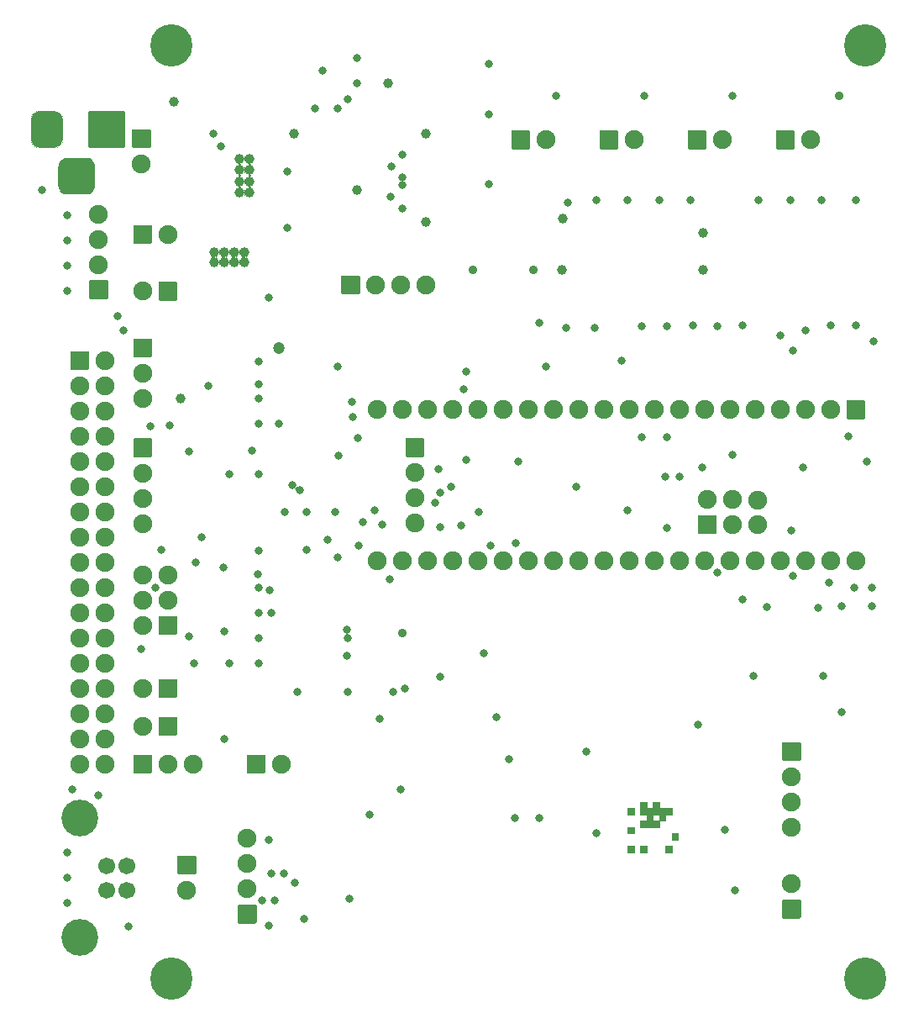
<source format=gbr>
G04 #@! TF.GenerationSoftware,KiCad,Pcbnew,(5.1.9)-1*
G04 #@! TF.CreationDate,2021-09-13T16:43:51+01:00*
G04 #@! TF.ProjectId,Greaseweazle F1 Plus Rev 1.1,47726561-7365-4776-9561-7a6c65204631,1*
G04 #@! TF.SameCoordinates,PX6312cb0PY6bcb370*
G04 #@! TF.FileFunction,Soldermask,Bot*
G04 #@! TF.FilePolarity,Negative*
%FSLAX46Y46*%
G04 Gerber Fmt 4.6, Leading zero omitted, Abs format (unit mm)*
G04 Created by KiCad (PCBNEW (5.1.9)-1) date 2021-09-13 16:43:51*
%MOMM*%
%LPD*%
G01*
G04 APERTURE LIST*
%ADD10C,0.100000*%
%ADD11O,1.900000X1.900000*%
%ADD12C,4.264000*%
%ADD13C,1.900000*%
%ADD14C,1.701140*%
%ADD15C,3.700120*%
%ADD16C,0.800000*%
%ADD17C,1.000000*%
%ADD18C,0.900000*%
%ADD19C,1.200000*%
G04 APERTURE END LIST*
D10*
G36*
X51054000Y-5715000D02*
G01*
X51689000Y-5715000D01*
X51689000Y-5080000D01*
X51054000Y-5080000D01*
X51054000Y-5715000D01*
G37*
X51054000Y-5715000D02*
X51689000Y-5715000D01*
X51689000Y-5080000D01*
X51054000Y-5080000D01*
X51054000Y-5715000D01*
G36*
X51054000Y-6350000D02*
G01*
X51689000Y-6350000D01*
X51689000Y-5715000D01*
X51054000Y-5715000D01*
X51054000Y-6350000D01*
G37*
X51054000Y-6350000D02*
X51689000Y-6350000D01*
X51689000Y-5715000D01*
X51054000Y-5715000D01*
X51054000Y-6350000D01*
G36*
X50419000Y-6350000D02*
G01*
X51054000Y-6350000D01*
X51054000Y-5715000D01*
X50419000Y-5715000D01*
X50419000Y-6350000D01*
G37*
X50419000Y-6350000D02*
X51054000Y-6350000D01*
X51054000Y-5715000D01*
X50419000Y-5715000D01*
X50419000Y-6350000D01*
G36*
X51689000Y-6350000D02*
G01*
X52324000Y-6350000D01*
X52324000Y-5715000D01*
X51689000Y-5715000D01*
X51689000Y-6350000D01*
G37*
X51689000Y-6350000D02*
X52324000Y-6350000D01*
X52324000Y-5715000D01*
X51689000Y-5715000D01*
X51689000Y-6350000D01*
G36*
X52324000Y-5715000D02*
G01*
X52959000Y-5715000D01*
X52959000Y-5080000D01*
X52324000Y-5080000D01*
X52324000Y-5715000D01*
G37*
X52324000Y-5715000D02*
X52959000Y-5715000D01*
X52959000Y-5080000D01*
X52324000Y-5080000D01*
X52324000Y-5715000D01*
G36*
X49149000Y-5080000D02*
G01*
X49784000Y-5080000D01*
X49784000Y-4445000D01*
X49149000Y-4445000D01*
X49149000Y-5080000D01*
G37*
X49149000Y-5080000D02*
X49784000Y-5080000D01*
X49784000Y-4445000D01*
X49149000Y-4445000D01*
X49149000Y-5080000D01*
G36*
X49149000Y-8890000D02*
G01*
X49784000Y-8890000D01*
X49784000Y-8255000D01*
X49149000Y-8255000D01*
X49149000Y-8890000D01*
G37*
X49149000Y-8890000D02*
X49784000Y-8890000D01*
X49784000Y-8255000D01*
X49149000Y-8255000D01*
X49149000Y-8890000D01*
G36*
X50419000Y-4445000D02*
G01*
X51054000Y-4445000D01*
X51054000Y-3810000D01*
X50419000Y-3810000D01*
X50419000Y-4445000D01*
G37*
X50419000Y-4445000D02*
X51054000Y-4445000D01*
X51054000Y-3810000D01*
X50419000Y-3810000D01*
X50419000Y-4445000D01*
G36*
X50419000Y-5080000D02*
G01*
X51054000Y-5080000D01*
X51054000Y-4445000D01*
X50419000Y-4445000D01*
X50419000Y-5080000D01*
G37*
X50419000Y-5080000D02*
X51054000Y-5080000D01*
X51054000Y-4445000D01*
X50419000Y-4445000D01*
X50419000Y-5080000D01*
G36*
X51054000Y-5080000D02*
G01*
X51689000Y-5080000D01*
X51689000Y-4445000D01*
X51054000Y-4445000D01*
X51054000Y-5080000D01*
G37*
X51054000Y-5080000D02*
X51689000Y-5080000D01*
X51689000Y-4445000D01*
X51054000Y-4445000D01*
X51054000Y-5080000D01*
G36*
X51689000Y-5080000D02*
G01*
X52324000Y-5080000D01*
X52324000Y-4445000D01*
X51689000Y-4445000D01*
X51689000Y-5080000D01*
G37*
X51689000Y-5080000D02*
X52324000Y-5080000D01*
X52324000Y-4445000D01*
X51689000Y-4445000D01*
X51689000Y-5080000D01*
G36*
X51689000Y-4445000D02*
G01*
X52324000Y-4445000D01*
X52324000Y-3810000D01*
X51689000Y-3810000D01*
X51689000Y-4445000D01*
G37*
X51689000Y-4445000D02*
X52324000Y-4445000D01*
X52324000Y-3810000D01*
X51689000Y-3810000D01*
X51689000Y-4445000D01*
G36*
X52324000Y-5080000D02*
G01*
X52959000Y-5080000D01*
X52959000Y-4445000D01*
X52324000Y-4445000D01*
X52324000Y-5080000D01*
G37*
X52324000Y-5080000D02*
X52959000Y-5080000D01*
X52959000Y-4445000D01*
X52324000Y-4445000D01*
X52324000Y-5080000D01*
G36*
X52959000Y-5080000D02*
G01*
X53594000Y-5080000D01*
X53594000Y-4445000D01*
X52959000Y-4445000D01*
X52959000Y-5080000D01*
G37*
X52959000Y-5080000D02*
X53594000Y-5080000D01*
X53594000Y-4445000D01*
X52959000Y-4445000D01*
X52959000Y-5080000D01*
G36*
X53594000Y-7620000D02*
G01*
X54229000Y-7620000D01*
X54229000Y-6985000D01*
X53594000Y-6985000D01*
X53594000Y-7620000D01*
G37*
X53594000Y-7620000D02*
X54229000Y-7620000D01*
X54229000Y-6985000D01*
X53594000Y-6985000D01*
X53594000Y-7620000D01*
G36*
X52959000Y-8890000D02*
G01*
X53594000Y-8890000D01*
X53594000Y-8255000D01*
X52959000Y-8255000D01*
X52959000Y-8890000D01*
G37*
X52959000Y-8890000D02*
X53594000Y-8890000D01*
X53594000Y-8255000D01*
X52959000Y-8255000D01*
X52959000Y-8890000D01*
G36*
X50419000Y-8890000D02*
G01*
X51054000Y-8890000D01*
X51054000Y-8255000D01*
X50419000Y-8255000D01*
X50419000Y-8890000D01*
G37*
X50419000Y-8890000D02*
X51054000Y-8890000D01*
X51054000Y-8255000D01*
X50419000Y-8255000D01*
X50419000Y-8890000D01*
G36*
X49149000Y-6985000D02*
G01*
X49784000Y-6985000D01*
X49784000Y-6350000D01*
X49149000Y-6350000D01*
X49149000Y-6985000D01*
G37*
X49149000Y-6985000D02*
X49784000Y-6985000D01*
X49784000Y-6350000D01*
X49149000Y-6350000D01*
X49149000Y-6985000D01*
G36*
X49149000Y-6985000D02*
G01*
X49784000Y-6985000D01*
X49784000Y-6350000D01*
X49149000Y-6350000D01*
X49149000Y-6985000D01*
G37*
X49149000Y-6985000D02*
X49784000Y-6985000D01*
X49784000Y-6350000D01*
X49149000Y-6350000D01*
X49149000Y-6985000D01*
G36*
X50419000Y-8890000D02*
G01*
X51054000Y-8890000D01*
X51054000Y-8255000D01*
X50419000Y-8255000D01*
X50419000Y-8890000D01*
G37*
X50419000Y-8890000D02*
X51054000Y-8890000D01*
X51054000Y-8255000D01*
X50419000Y-8255000D01*
X50419000Y-8890000D01*
G36*
X52959000Y-8890000D02*
G01*
X53594000Y-8890000D01*
X53594000Y-8255000D01*
X52959000Y-8255000D01*
X52959000Y-8890000D01*
G37*
X52959000Y-8890000D02*
X53594000Y-8890000D01*
X53594000Y-8255000D01*
X52959000Y-8255000D01*
X52959000Y-8890000D01*
G36*
X53594000Y-7620000D02*
G01*
X54229000Y-7620000D01*
X54229000Y-6985000D01*
X53594000Y-6985000D01*
X53594000Y-7620000D01*
G37*
X53594000Y-7620000D02*
X54229000Y-7620000D01*
X54229000Y-6985000D01*
X53594000Y-6985000D01*
X53594000Y-7620000D01*
G36*
X52959000Y-5080000D02*
G01*
X53594000Y-5080000D01*
X53594000Y-4445000D01*
X52959000Y-4445000D01*
X52959000Y-5080000D01*
G37*
X52959000Y-5080000D02*
X53594000Y-5080000D01*
X53594000Y-4445000D01*
X52959000Y-4445000D01*
X52959000Y-5080000D01*
G36*
X52324000Y-5080000D02*
G01*
X52959000Y-5080000D01*
X52959000Y-4445000D01*
X52324000Y-4445000D01*
X52324000Y-5080000D01*
G37*
X52324000Y-5080000D02*
X52959000Y-5080000D01*
X52959000Y-4445000D01*
X52324000Y-4445000D01*
X52324000Y-5080000D01*
G36*
X51689000Y-4445000D02*
G01*
X52324000Y-4445000D01*
X52324000Y-3810000D01*
X51689000Y-3810000D01*
X51689000Y-4445000D01*
G37*
X51689000Y-4445000D02*
X52324000Y-4445000D01*
X52324000Y-3810000D01*
X51689000Y-3810000D01*
X51689000Y-4445000D01*
G36*
X51689000Y-5080000D02*
G01*
X52324000Y-5080000D01*
X52324000Y-4445000D01*
X51689000Y-4445000D01*
X51689000Y-5080000D01*
G37*
X51689000Y-5080000D02*
X52324000Y-5080000D01*
X52324000Y-4445000D01*
X51689000Y-4445000D01*
X51689000Y-5080000D01*
G36*
X51054000Y-5080000D02*
G01*
X51689000Y-5080000D01*
X51689000Y-4445000D01*
X51054000Y-4445000D01*
X51054000Y-5080000D01*
G37*
X51054000Y-5080000D02*
X51689000Y-5080000D01*
X51689000Y-4445000D01*
X51054000Y-4445000D01*
X51054000Y-5080000D01*
G36*
X50419000Y-5080000D02*
G01*
X51054000Y-5080000D01*
X51054000Y-4445000D01*
X50419000Y-4445000D01*
X50419000Y-5080000D01*
G37*
X50419000Y-5080000D02*
X51054000Y-5080000D01*
X51054000Y-4445000D01*
X50419000Y-4445000D01*
X50419000Y-5080000D01*
G36*
X50419000Y-4445000D02*
G01*
X51054000Y-4445000D01*
X51054000Y-3810000D01*
X50419000Y-3810000D01*
X50419000Y-4445000D01*
G37*
X50419000Y-4445000D02*
X51054000Y-4445000D01*
X51054000Y-3810000D01*
X50419000Y-3810000D01*
X50419000Y-4445000D01*
G36*
X49149000Y-8890000D02*
G01*
X49784000Y-8890000D01*
X49784000Y-8255000D01*
X49149000Y-8255000D01*
X49149000Y-8890000D01*
G37*
X49149000Y-8890000D02*
X49784000Y-8890000D01*
X49784000Y-8255000D01*
X49149000Y-8255000D01*
X49149000Y-8890000D01*
G36*
X49149000Y-5080000D02*
G01*
X49784000Y-5080000D01*
X49784000Y-4445000D01*
X49149000Y-4445000D01*
X49149000Y-5080000D01*
G37*
X49149000Y-5080000D02*
X49784000Y-5080000D01*
X49784000Y-4445000D01*
X49149000Y-4445000D01*
X49149000Y-5080000D01*
G36*
X52324000Y-5715000D02*
G01*
X52959000Y-5715000D01*
X52959000Y-5080000D01*
X52324000Y-5080000D01*
X52324000Y-5715000D01*
G37*
X52324000Y-5715000D02*
X52959000Y-5715000D01*
X52959000Y-5080000D01*
X52324000Y-5080000D01*
X52324000Y-5715000D01*
G36*
X51689000Y-6350000D02*
G01*
X52324000Y-6350000D01*
X52324000Y-5715000D01*
X51689000Y-5715000D01*
X51689000Y-6350000D01*
G37*
X51689000Y-6350000D02*
X52324000Y-6350000D01*
X52324000Y-5715000D01*
X51689000Y-5715000D01*
X51689000Y-6350000D01*
G36*
X50419000Y-6350000D02*
G01*
X51054000Y-6350000D01*
X51054000Y-5715000D01*
X50419000Y-5715000D01*
X50419000Y-6350000D01*
G37*
X50419000Y-6350000D02*
X51054000Y-6350000D01*
X51054000Y-5715000D01*
X50419000Y-5715000D01*
X50419000Y-6350000D01*
G36*
X51054000Y-6350000D02*
G01*
X51689000Y-6350000D01*
X51689000Y-5715000D01*
X51054000Y-5715000D01*
X51054000Y-6350000D01*
G37*
X51054000Y-6350000D02*
X51689000Y-6350000D01*
X51689000Y-5715000D01*
X51054000Y-5715000D01*
X51054000Y-6350000D01*
G36*
X51054000Y-5715000D02*
G01*
X51689000Y-5715000D01*
X51689000Y-5080000D01*
X51054000Y-5080000D01*
X51054000Y-5715000D01*
G37*
X51054000Y-5715000D02*
X51689000Y-5715000D01*
X51689000Y-5080000D01*
X51054000Y-5080000D01*
X51054000Y-5715000D01*
G36*
X51054000Y-5715000D02*
G01*
X51689000Y-5715000D01*
X51689000Y-5080000D01*
X51054000Y-5080000D01*
X51054000Y-5715000D01*
G37*
X51054000Y-5715000D02*
X51689000Y-5715000D01*
X51689000Y-5080000D01*
X51054000Y-5080000D01*
X51054000Y-5715000D01*
G36*
X51054000Y-6350000D02*
G01*
X51689000Y-6350000D01*
X51689000Y-5715000D01*
X51054000Y-5715000D01*
X51054000Y-6350000D01*
G37*
X51054000Y-6350000D02*
X51689000Y-6350000D01*
X51689000Y-5715000D01*
X51054000Y-5715000D01*
X51054000Y-6350000D01*
G36*
X50419000Y-6350000D02*
G01*
X51054000Y-6350000D01*
X51054000Y-5715000D01*
X50419000Y-5715000D01*
X50419000Y-6350000D01*
G37*
X50419000Y-6350000D02*
X51054000Y-6350000D01*
X51054000Y-5715000D01*
X50419000Y-5715000D01*
X50419000Y-6350000D01*
G36*
X51689000Y-6350000D02*
G01*
X52324000Y-6350000D01*
X52324000Y-5715000D01*
X51689000Y-5715000D01*
X51689000Y-6350000D01*
G37*
X51689000Y-6350000D02*
X52324000Y-6350000D01*
X52324000Y-5715000D01*
X51689000Y-5715000D01*
X51689000Y-6350000D01*
G36*
X52324000Y-5715000D02*
G01*
X52959000Y-5715000D01*
X52959000Y-5080000D01*
X52324000Y-5080000D01*
X52324000Y-5715000D01*
G37*
X52324000Y-5715000D02*
X52959000Y-5715000D01*
X52959000Y-5080000D01*
X52324000Y-5080000D01*
X52324000Y-5715000D01*
G36*
X49149000Y-5080000D02*
G01*
X49784000Y-5080000D01*
X49784000Y-4445000D01*
X49149000Y-4445000D01*
X49149000Y-5080000D01*
G37*
X49149000Y-5080000D02*
X49784000Y-5080000D01*
X49784000Y-4445000D01*
X49149000Y-4445000D01*
X49149000Y-5080000D01*
G36*
X49149000Y-8890000D02*
G01*
X49784000Y-8890000D01*
X49784000Y-8255000D01*
X49149000Y-8255000D01*
X49149000Y-8890000D01*
G37*
X49149000Y-8890000D02*
X49784000Y-8890000D01*
X49784000Y-8255000D01*
X49149000Y-8255000D01*
X49149000Y-8890000D01*
G36*
X50419000Y-4445000D02*
G01*
X51054000Y-4445000D01*
X51054000Y-3810000D01*
X50419000Y-3810000D01*
X50419000Y-4445000D01*
G37*
X50419000Y-4445000D02*
X51054000Y-4445000D01*
X51054000Y-3810000D01*
X50419000Y-3810000D01*
X50419000Y-4445000D01*
G36*
X50419000Y-5080000D02*
G01*
X51054000Y-5080000D01*
X51054000Y-4445000D01*
X50419000Y-4445000D01*
X50419000Y-5080000D01*
G37*
X50419000Y-5080000D02*
X51054000Y-5080000D01*
X51054000Y-4445000D01*
X50419000Y-4445000D01*
X50419000Y-5080000D01*
G36*
X51054000Y-5080000D02*
G01*
X51689000Y-5080000D01*
X51689000Y-4445000D01*
X51054000Y-4445000D01*
X51054000Y-5080000D01*
G37*
X51054000Y-5080000D02*
X51689000Y-5080000D01*
X51689000Y-4445000D01*
X51054000Y-4445000D01*
X51054000Y-5080000D01*
G36*
X51689000Y-5080000D02*
G01*
X52324000Y-5080000D01*
X52324000Y-4445000D01*
X51689000Y-4445000D01*
X51689000Y-5080000D01*
G37*
X51689000Y-5080000D02*
X52324000Y-5080000D01*
X52324000Y-4445000D01*
X51689000Y-4445000D01*
X51689000Y-5080000D01*
G36*
X51689000Y-4445000D02*
G01*
X52324000Y-4445000D01*
X52324000Y-3810000D01*
X51689000Y-3810000D01*
X51689000Y-4445000D01*
G37*
X51689000Y-4445000D02*
X52324000Y-4445000D01*
X52324000Y-3810000D01*
X51689000Y-3810000D01*
X51689000Y-4445000D01*
G36*
X52324000Y-5080000D02*
G01*
X52959000Y-5080000D01*
X52959000Y-4445000D01*
X52324000Y-4445000D01*
X52324000Y-5080000D01*
G37*
X52324000Y-5080000D02*
X52959000Y-5080000D01*
X52959000Y-4445000D01*
X52324000Y-4445000D01*
X52324000Y-5080000D01*
G36*
X52959000Y-5080000D02*
G01*
X53594000Y-5080000D01*
X53594000Y-4445000D01*
X52959000Y-4445000D01*
X52959000Y-5080000D01*
G37*
X52959000Y-5080000D02*
X53594000Y-5080000D01*
X53594000Y-4445000D01*
X52959000Y-4445000D01*
X52959000Y-5080000D01*
G36*
X53594000Y-7620000D02*
G01*
X54229000Y-7620000D01*
X54229000Y-6985000D01*
X53594000Y-6985000D01*
X53594000Y-7620000D01*
G37*
X53594000Y-7620000D02*
X54229000Y-7620000D01*
X54229000Y-6985000D01*
X53594000Y-6985000D01*
X53594000Y-7620000D01*
G36*
X52959000Y-8890000D02*
G01*
X53594000Y-8890000D01*
X53594000Y-8255000D01*
X52959000Y-8255000D01*
X52959000Y-8890000D01*
G37*
X52959000Y-8890000D02*
X53594000Y-8890000D01*
X53594000Y-8255000D01*
X52959000Y-8255000D01*
X52959000Y-8890000D01*
G36*
X50419000Y-8890000D02*
G01*
X51054000Y-8890000D01*
X51054000Y-8255000D01*
X50419000Y-8255000D01*
X50419000Y-8890000D01*
G37*
X50419000Y-8890000D02*
X51054000Y-8890000D01*
X51054000Y-8255000D01*
X50419000Y-8255000D01*
X50419000Y-8890000D01*
G36*
X49149000Y-6985000D02*
G01*
X49784000Y-6985000D01*
X49784000Y-6350000D01*
X49149000Y-6350000D01*
X49149000Y-6985000D01*
G37*
X49149000Y-6985000D02*
X49784000Y-6985000D01*
X49784000Y-6350000D01*
X49149000Y-6350000D01*
X49149000Y-6985000D01*
G36*
X49149000Y-6985000D02*
G01*
X49784000Y-6985000D01*
X49784000Y-6350000D01*
X49149000Y-6350000D01*
X49149000Y-6985000D01*
G37*
X49149000Y-6985000D02*
X49784000Y-6985000D01*
X49784000Y-6350000D01*
X49149000Y-6350000D01*
X49149000Y-6985000D01*
G36*
X50419000Y-8890000D02*
G01*
X51054000Y-8890000D01*
X51054000Y-8255000D01*
X50419000Y-8255000D01*
X50419000Y-8890000D01*
G37*
X50419000Y-8890000D02*
X51054000Y-8890000D01*
X51054000Y-8255000D01*
X50419000Y-8255000D01*
X50419000Y-8890000D01*
G36*
X52959000Y-8890000D02*
G01*
X53594000Y-8890000D01*
X53594000Y-8255000D01*
X52959000Y-8255000D01*
X52959000Y-8890000D01*
G37*
X52959000Y-8890000D02*
X53594000Y-8890000D01*
X53594000Y-8255000D01*
X52959000Y-8255000D01*
X52959000Y-8890000D01*
G36*
X53594000Y-7620000D02*
G01*
X54229000Y-7620000D01*
X54229000Y-6985000D01*
X53594000Y-6985000D01*
X53594000Y-7620000D01*
G37*
X53594000Y-7620000D02*
X54229000Y-7620000D01*
X54229000Y-6985000D01*
X53594000Y-6985000D01*
X53594000Y-7620000D01*
G36*
X52959000Y-5080000D02*
G01*
X53594000Y-5080000D01*
X53594000Y-4445000D01*
X52959000Y-4445000D01*
X52959000Y-5080000D01*
G37*
X52959000Y-5080000D02*
X53594000Y-5080000D01*
X53594000Y-4445000D01*
X52959000Y-4445000D01*
X52959000Y-5080000D01*
G36*
X52324000Y-5080000D02*
G01*
X52959000Y-5080000D01*
X52959000Y-4445000D01*
X52324000Y-4445000D01*
X52324000Y-5080000D01*
G37*
X52324000Y-5080000D02*
X52959000Y-5080000D01*
X52959000Y-4445000D01*
X52324000Y-4445000D01*
X52324000Y-5080000D01*
G36*
X51689000Y-4445000D02*
G01*
X52324000Y-4445000D01*
X52324000Y-3810000D01*
X51689000Y-3810000D01*
X51689000Y-4445000D01*
G37*
X51689000Y-4445000D02*
X52324000Y-4445000D01*
X52324000Y-3810000D01*
X51689000Y-3810000D01*
X51689000Y-4445000D01*
G36*
X51689000Y-5080000D02*
G01*
X52324000Y-5080000D01*
X52324000Y-4445000D01*
X51689000Y-4445000D01*
X51689000Y-5080000D01*
G37*
X51689000Y-5080000D02*
X52324000Y-5080000D01*
X52324000Y-4445000D01*
X51689000Y-4445000D01*
X51689000Y-5080000D01*
G36*
X51054000Y-5080000D02*
G01*
X51689000Y-5080000D01*
X51689000Y-4445000D01*
X51054000Y-4445000D01*
X51054000Y-5080000D01*
G37*
X51054000Y-5080000D02*
X51689000Y-5080000D01*
X51689000Y-4445000D01*
X51054000Y-4445000D01*
X51054000Y-5080000D01*
G36*
X50419000Y-5080000D02*
G01*
X51054000Y-5080000D01*
X51054000Y-4445000D01*
X50419000Y-4445000D01*
X50419000Y-5080000D01*
G37*
X50419000Y-5080000D02*
X51054000Y-5080000D01*
X51054000Y-4445000D01*
X50419000Y-4445000D01*
X50419000Y-5080000D01*
G36*
X50419000Y-4445000D02*
G01*
X51054000Y-4445000D01*
X51054000Y-3810000D01*
X50419000Y-3810000D01*
X50419000Y-4445000D01*
G37*
X50419000Y-4445000D02*
X51054000Y-4445000D01*
X51054000Y-3810000D01*
X50419000Y-3810000D01*
X50419000Y-4445000D01*
G36*
X49149000Y-8890000D02*
G01*
X49784000Y-8890000D01*
X49784000Y-8255000D01*
X49149000Y-8255000D01*
X49149000Y-8890000D01*
G37*
X49149000Y-8890000D02*
X49784000Y-8890000D01*
X49784000Y-8255000D01*
X49149000Y-8255000D01*
X49149000Y-8890000D01*
G36*
X49149000Y-5080000D02*
G01*
X49784000Y-5080000D01*
X49784000Y-4445000D01*
X49149000Y-4445000D01*
X49149000Y-5080000D01*
G37*
X49149000Y-5080000D02*
X49784000Y-5080000D01*
X49784000Y-4445000D01*
X49149000Y-4445000D01*
X49149000Y-5080000D01*
G36*
X52324000Y-5715000D02*
G01*
X52959000Y-5715000D01*
X52959000Y-5080000D01*
X52324000Y-5080000D01*
X52324000Y-5715000D01*
G37*
X52324000Y-5715000D02*
X52959000Y-5715000D01*
X52959000Y-5080000D01*
X52324000Y-5080000D01*
X52324000Y-5715000D01*
G36*
X51689000Y-6350000D02*
G01*
X52324000Y-6350000D01*
X52324000Y-5715000D01*
X51689000Y-5715000D01*
X51689000Y-6350000D01*
G37*
X51689000Y-6350000D02*
X52324000Y-6350000D01*
X52324000Y-5715000D01*
X51689000Y-5715000D01*
X51689000Y-6350000D01*
G36*
X50419000Y-6350000D02*
G01*
X51054000Y-6350000D01*
X51054000Y-5715000D01*
X50419000Y-5715000D01*
X50419000Y-6350000D01*
G37*
X50419000Y-6350000D02*
X51054000Y-6350000D01*
X51054000Y-5715000D01*
X50419000Y-5715000D01*
X50419000Y-6350000D01*
G36*
X51054000Y-6350000D02*
G01*
X51689000Y-6350000D01*
X51689000Y-5715000D01*
X51054000Y-5715000D01*
X51054000Y-6350000D01*
G37*
X51054000Y-6350000D02*
X51689000Y-6350000D01*
X51689000Y-5715000D01*
X51054000Y-5715000D01*
X51054000Y-6350000D01*
G36*
X51054000Y-5715000D02*
G01*
X51689000Y-5715000D01*
X51689000Y-5080000D01*
X51054000Y-5080000D01*
X51054000Y-5715000D01*
G37*
X51054000Y-5715000D02*
X51689000Y-5715000D01*
X51689000Y-5080000D01*
X51054000Y-5080000D01*
X51054000Y-5715000D01*
D11*
X4699000Y-12700000D03*
G36*
G01*
X3749000Y-11010000D02*
X3749000Y-9310000D01*
G75*
G02*
X3849000Y-9210000I100000J0D01*
G01*
X5549000Y-9210000D01*
G75*
G02*
X5649000Y-9310000I0J-100000D01*
G01*
X5649000Y-11010000D01*
G75*
G02*
X5549000Y-11110000I-100000J0D01*
G01*
X3849000Y-11110000D01*
G75*
G02*
X3749000Y-11010000I0J100000D01*
G01*
G37*
X127000Y60452000D03*
G36*
G01*
X-823000Y62142000D02*
X-823000Y63842000D01*
G75*
G02*
X-723000Y63942000I100000J0D01*
G01*
X977000Y63942000D01*
G75*
G02*
X1077000Y63842000I0J-100000D01*
G01*
X1077000Y62142000D01*
G75*
G02*
X977000Y62042000I-100000J0D01*
G01*
X-723000Y62042000D01*
G75*
G02*
X-823000Y62142000I0J100000D01*
G01*
G37*
X28829000Y48260000D03*
X26289000Y48260000D03*
X23749000Y48260000D03*
G36*
G01*
X22059000Y47310000D02*
X20359000Y47310000D01*
G75*
G02*
X20259000Y47410000I0J100000D01*
G01*
X20259000Y49110000D01*
G75*
G02*
X20359000Y49210000I100000J0D01*
G01*
X22059000Y49210000D01*
G75*
G02*
X22159000Y49110000I0J-100000D01*
G01*
X22159000Y47410000D01*
G75*
G02*
X22059000Y47310000I-100000J0D01*
G01*
G37*
X5334000Y0D03*
X2794000Y0D03*
G36*
G01*
X1104000Y-950000D02*
X-596000Y-950000D01*
G75*
G02*
X-696000Y-850000I0J100000D01*
G01*
X-696000Y850000D01*
G75*
G02*
X-596000Y950000I100000J0D01*
G01*
X1104000Y950000D01*
G75*
G02*
X1204000Y850000I0J-100000D01*
G01*
X1204000Y-850000D01*
G75*
G02*
X1104000Y-950000I-100000J0D01*
G01*
G37*
X14224000Y0D03*
G36*
G01*
X12534000Y-950000D02*
X10834000Y-950000D01*
G75*
G02*
X10734000Y-850000I0J100000D01*
G01*
X10734000Y850000D01*
G75*
G02*
X10834000Y950000I100000J0D01*
G01*
X12534000Y950000D01*
G75*
G02*
X12634000Y850000I0J-100000D01*
G01*
X12634000Y-850000D01*
G75*
G02*
X12534000Y-950000I-100000J0D01*
G01*
G37*
D12*
X73114000Y-21584600D03*
X3114000Y-21584600D03*
X73114000Y72415400D03*
X3114000Y72415400D03*
D11*
X40894000Y62865000D03*
G36*
G01*
X39204000Y61915000D02*
X37504000Y61915000D01*
G75*
G02*
X37404000Y62015000I0J100000D01*
G01*
X37404000Y63715000D01*
G75*
G02*
X37504000Y63815000I100000J0D01*
G01*
X39204000Y63815000D01*
G75*
G02*
X39304000Y63715000I0J-100000D01*
G01*
X39304000Y62015000D01*
G75*
G02*
X39204000Y61915000I-100000J0D01*
G01*
G37*
X49784000Y62865000D03*
G36*
G01*
X48094000Y61915000D02*
X46394000Y61915000D01*
G75*
G02*
X46294000Y62015000I0J100000D01*
G01*
X46294000Y63715000D01*
G75*
G02*
X46394000Y63815000I100000J0D01*
G01*
X48094000Y63815000D01*
G75*
G02*
X48194000Y63715000I0J-100000D01*
G01*
X48194000Y62015000D01*
G75*
G02*
X48094000Y61915000I-100000J0D01*
G01*
G37*
X58674000Y62865000D03*
G36*
G01*
X56984000Y61915000D02*
X55284000Y61915000D01*
G75*
G02*
X55184000Y62015000I0J100000D01*
G01*
X55184000Y63715000D01*
G75*
G02*
X55284000Y63815000I100000J0D01*
G01*
X56984000Y63815000D01*
G75*
G02*
X57084000Y63715000I0J-100000D01*
G01*
X57084000Y62015000D01*
G75*
G02*
X56984000Y61915000I-100000J0D01*
G01*
G37*
X67564000Y62865000D03*
G36*
G01*
X65874000Y61915000D02*
X64174000Y61915000D01*
G75*
G02*
X64074000Y62015000I0J100000D01*
G01*
X64074000Y63715000D01*
G75*
G02*
X64174000Y63815000I100000J0D01*
G01*
X65874000Y63815000D01*
G75*
G02*
X65974000Y63715000I0J-100000D01*
G01*
X65974000Y62015000D01*
G75*
G02*
X65874000Y61915000I-100000J0D01*
G01*
G37*
D13*
X57150000Y26657300D03*
X59690000Y26657300D03*
X62230000Y26593800D03*
G36*
G01*
X56300000Y25067300D02*
X58000000Y25067300D01*
G75*
G02*
X58100000Y24967300I0J-100000D01*
G01*
X58100000Y23267300D01*
G75*
G02*
X58000000Y23167300I-100000J0D01*
G01*
X56300000Y23167300D01*
G75*
G02*
X56200000Y23267300I0J100000D01*
G01*
X56200000Y24967300D01*
G75*
G02*
X56300000Y25067300I100000J0D01*
G01*
G37*
X62230000Y24117300D03*
X59690000Y24117300D03*
X23876000Y35687000D03*
X23876000Y20447000D03*
X26416000Y35687000D03*
X26416000Y20447000D03*
X28956000Y35687000D03*
X28956000Y20447000D03*
X31496000Y35687000D03*
X31496000Y20447000D03*
X34036000Y35687000D03*
X34036000Y20447000D03*
X36576000Y35687000D03*
X36576000Y20447000D03*
X39116000Y35687000D03*
X39116000Y20447000D03*
X41656000Y35687000D03*
X41656000Y20447000D03*
X44196000Y35687000D03*
X44196000Y20447000D03*
X46736000Y35687000D03*
X46736000Y20447000D03*
X49276000Y35687000D03*
X49276000Y20447000D03*
X51816000Y35687000D03*
X51816000Y20447000D03*
X54356000Y35687000D03*
X54356000Y20447000D03*
X56896000Y35687000D03*
X56896000Y20447000D03*
X59436000Y35687000D03*
X59436000Y20447000D03*
X61976000Y35687000D03*
X61976000Y20447000D03*
X64516000Y35687000D03*
X64516000Y20447000D03*
X67056000Y35687000D03*
X67056000Y20447000D03*
X69596000Y35687000D03*
X69596000Y20447000D03*
G36*
G01*
X71286000Y36637000D02*
X72986000Y36637000D01*
G75*
G02*
X73086000Y36537000I0J-100000D01*
G01*
X73086000Y34837000D01*
G75*
G02*
X72986000Y34737000I-100000J0D01*
G01*
X71286000Y34737000D01*
G75*
G02*
X71186000Y34837000I0J100000D01*
G01*
X71186000Y36537000D01*
G75*
G02*
X71286000Y36637000I100000J0D01*
G01*
G37*
X72136000Y20447000D03*
X27686000Y24257000D03*
X27686000Y26797000D03*
X27686000Y29337000D03*
G36*
G01*
X26836000Y32827000D02*
X28536000Y32827000D01*
G75*
G02*
X28636000Y32727000I0J-100000D01*
G01*
X28636000Y31027000D01*
G75*
G02*
X28536000Y30927000I-100000J0D01*
G01*
X26836000Y30927000D01*
G75*
G02*
X26736000Y31027000I0J100000D01*
G01*
X26736000Y32727000D01*
G75*
G02*
X26836000Y32827000I100000J0D01*
G01*
G37*
D11*
X254000Y7620000D03*
G36*
G01*
X1944000Y8570000D02*
X3644000Y8570000D01*
G75*
G02*
X3744000Y8470000I0J-100000D01*
G01*
X3744000Y6770000D01*
G75*
G02*
X3644000Y6670000I-100000J0D01*
G01*
X1944000Y6670000D01*
G75*
G02*
X1844000Y6770000I0J100000D01*
G01*
X1844000Y8470000D01*
G75*
G02*
X1944000Y8570000I100000J0D01*
G01*
G37*
X254000Y3810000D03*
G36*
G01*
X1944000Y4760000D02*
X3644000Y4760000D01*
G75*
G02*
X3744000Y4660000I0J-100000D01*
G01*
X3744000Y2960000D01*
G75*
G02*
X3644000Y2860000I-100000J0D01*
G01*
X1944000Y2860000D01*
G75*
G02*
X1844000Y2960000I0J100000D01*
G01*
X1844000Y4660000D01*
G75*
G02*
X1944000Y4760000I100000J0D01*
G01*
G37*
X2794000Y53340000D03*
G36*
G01*
X1104000Y52390000D02*
X-596000Y52390000D01*
G75*
G02*
X-696000Y52490000I0J100000D01*
G01*
X-696000Y54190000D01*
G75*
G02*
X-596000Y54290000I100000J0D01*
G01*
X1104000Y54290000D01*
G75*
G02*
X1204000Y54190000I0J-100000D01*
G01*
X1204000Y52490000D01*
G75*
G02*
X1104000Y52390000I-100000J0D01*
G01*
G37*
X10795000Y-7493000D03*
X10795000Y-10033000D03*
X10795000Y-12573000D03*
G36*
G01*
X11745000Y-14263000D02*
X11745000Y-15963000D01*
G75*
G02*
X11645000Y-16063000I-100000J0D01*
G01*
X9945000Y-16063000D01*
G75*
G02*
X9845000Y-15963000I0J100000D01*
G01*
X9845000Y-14263000D01*
G75*
G02*
X9945000Y-14163000I100000J0D01*
G01*
X11645000Y-14163000D01*
G75*
G02*
X11745000Y-14263000I0J-100000D01*
G01*
G37*
X254000Y47625000D03*
G36*
G01*
X1944000Y48575000D02*
X3644000Y48575000D01*
G75*
G02*
X3744000Y48475000I0J-100000D01*
G01*
X3744000Y46775000D01*
G75*
G02*
X3644000Y46675000I-100000J0D01*
G01*
X1944000Y46675000D01*
G75*
G02*
X1844000Y46775000I0J100000D01*
G01*
X1844000Y48475000D01*
G75*
G02*
X1944000Y48575000I100000J0D01*
G01*
G37*
X-4191000Y55397400D03*
X-4191000Y52857400D03*
X-4191000Y50317400D03*
G36*
G01*
X-3241000Y48627400D02*
X-3241000Y46927400D01*
G75*
G02*
X-3341000Y46827400I-100000J0D01*
G01*
X-5041000Y46827400D01*
G75*
G02*
X-5141000Y46927400I0J100000D01*
G01*
X-5141000Y48627400D01*
G75*
G02*
X-5041000Y48727400I100000J0D01*
G01*
X-3341000Y48727400D01*
G75*
G02*
X-3241000Y48627400I0J-100000D01*
G01*
G37*
G36*
G01*
X-696000Y31001600D02*
X-696000Y32701600D01*
G75*
G02*
X-596000Y32801600I100000J0D01*
G01*
X1104000Y32801600D01*
G75*
G02*
X1204000Y32701600I0J-100000D01*
G01*
X1204000Y31001600D01*
G75*
G02*
X1104000Y30901600I-100000J0D01*
G01*
X-596000Y30901600D01*
G75*
G02*
X-696000Y31001600I0J100000D01*
G01*
G37*
X254000Y29311600D03*
X254000Y26771600D03*
X254000Y24231600D03*
X254000Y36830000D03*
X254000Y39370000D03*
G36*
G01*
X-696000Y41060000D02*
X-696000Y42760000D01*
G75*
G02*
X-596000Y42860000I100000J0D01*
G01*
X1104000Y42860000D01*
G75*
G02*
X1204000Y42760000I0J-100000D01*
G01*
X1204000Y41060000D01*
G75*
G02*
X1104000Y40960000I-100000J0D01*
G01*
X-596000Y40960000D01*
G75*
G02*
X-696000Y41060000I0J100000D01*
G01*
G37*
G36*
G01*
X66609000Y-13755000D02*
X66609000Y-15455000D01*
G75*
G02*
X66509000Y-15555000I-100000J0D01*
G01*
X64809000Y-15555000D01*
G75*
G02*
X64709000Y-15455000I0J100000D01*
G01*
X64709000Y-13755000D01*
G75*
G02*
X64809000Y-13655000I100000J0D01*
G01*
X66509000Y-13655000D01*
G75*
G02*
X66609000Y-13755000I0J-100000D01*
G01*
G37*
X65659000Y-12065000D03*
D14*
X-3378200Y-10225400D03*
X-3378200Y-12714600D03*
X-1371600Y-12714600D03*
X-1371600Y-10225400D03*
D15*
X-6096000Y-5450200D03*
X-6096000Y-17489800D03*
G36*
G01*
X3744000Y14820000D02*
X3744000Y13120000D01*
G75*
G02*
X3644000Y13020000I-100000J0D01*
G01*
X1944000Y13020000D01*
G75*
G02*
X1844000Y13120000I0J100000D01*
G01*
X1844000Y14820000D01*
G75*
G02*
X1944000Y14920000I100000J0D01*
G01*
X3644000Y14920000D01*
G75*
G02*
X3744000Y14820000I0J-100000D01*
G01*
G37*
D11*
X254000Y13970000D03*
X2794000Y16510000D03*
X254000Y16510000D03*
X2794000Y19050000D03*
X254000Y19050000D03*
G36*
G01*
X-5248000Y62169100D02*
X-5248000Y65669100D01*
G75*
G02*
X-5148000Y65769100I100000J0D01*
G01*
X-1648000Y65769100D01*
G75*
G02*
X-1548000Y65669100I0J-100000D01*
G01*
X-1548000Y62169100D01*
G75*
G02*
X-1648000Y62069100I-100000J0D01*
G01*
X-5148000Y62069100D01*
G75*
G02*
X-5248000Y62169100I0J100000D01*
G01*
G37*
G36*
G01*
X-10998000Y62869100D02*
X-10998000Y64969100D01*
G75*
G02*
X-10198000Y65769100I800000J0D01*
G01*
X-8598000Y65769100D01*
G75*
G02*
X-7798000Y64969100I0J-800000D01*
G01*
X-7798000Y62869100D01*
G75*
G02*
X-8598000Y62069100I-800000J0D01*
G01*
X-10198000Y62069100D01*
G75*
G02*
X-10998000Y62869100I0J800000D01*
G01*
G37*
G36*
G01*
X-8248000Y58294100D02*
X-8248000Y60144100D01*
G75*
G02*
X-7323000Y61069100I925000J0D01*
G01*
X-5473000Y61069100D01*
G75*
G02*
X-4548000Y60144100I0J-925000D01*
G01*
X-4548000Y58294100D01*
G75*
G02*
X-5473000Y57369100I-925000J0D01*
G01*
X-7323000Y57369100D01*
G75*
G02*
X-8248000Y58294100I0J925000D01*
G01*
G37*
G36*
G01*
X64709000Y420000D02*
X64709000Y2120000D01*
G75*
G02*
X64809000Y2220000I100000J0D01*
G01*
X66509000Y2220000D01*
G75*
G02*
X66609000Y2120000I0J-100000D01*
G01*
X66609000Y420000D01*
G75*
G02*
X66509000Y320000I-100000J0D01*
G01*
X64809000Y320000D01*
G75*
G02*
X64709000Y420000I0J100000D01*
G01*
G37*
X65659000Y-1270000D03*
X65659000Y-3810000D03*
X65659000Y-6350000D03*
G36*
G01*
X-7046000Y39790000D02*
X-7046000Y41490000D01*
G75*
G02*
X-6946000Y41590000I100000J0D01*
G01*
X-5246000Y41590000D01*
G75*
G02*
X-5146000Y41490000I0J-100000D01*
G01*
X-5146000Y39790000D01*
G75*
G02*
X-5246000Y39690000I-100000J0D01*
G01*
X-6946000Y39690000D01*
G75*
G02*
X-7046000Y39790000I0J100000D01*
G01*
G37*
X-3556000Y40640000D03*
X-6096000Y38100000D03*
X-3556000Y38100000D03*
X-6096000Y35560000D03*
X-3556000Y35560000D03*
X-6096000Y33020000D03*
X-3556000Y33020000D03*
X-6096000Y30480000D03*
X-3556000Y30480000D03*
X-6096000Y27940000D03*
X-3556000Y27940000D03*
X-6096000Y25400000D03*
X-3556000Y25400000D03*
X-6096000Y22860000D03*
X-3556000Y22860000D03*
X-6096000Y20320000D03*
X-3556000Y20320000D03*
X-6096000Y17780000D03*
X-3556000Y17780000D03*
X-6096000Y15240000D03*
X-3556000Y15240000D03*
X-6096000Y12700000D03*
X-3556000Y12700000D03*
X-6096000Y10160000D03*
X-3556000Y10160000D03*
X-6096000Y7620000D03*
X-3556000Y7620000D03*
X-6096000Y5080000D03*
X-3556000Y5080000D03*
X-6096000Y2540000D03*
X-3556000Y2540000D03*
X-6096000Y0D03*
X-3556000Y0D03*
D16*
X65760600Y18923000D03*
X68376800Y15773400D03*
X61849000Y8890000D03*
X43992800Y27914600D03*
X68834000Y8890000D03*
X-7366000Y-11430000D03*
X8382000Y19812000D03*
X30099000Y29718000D03*
X37211000Y508000D03*
X35941000Y4699000D03*
X38100000Y30480000D03*
X-7366000Y-8890000D03*
X-7366000Y-13970000D03*
X-7366000Y47625000D03*
X-7366000Y50165000D03*
X-7366000Y52705000D03*
X-7366000Y55245000D03*
X-9906000Y57785000D03*
X14859000Y53975000D03*
X-1651000Y43688000D03*
X23114000Y-5080000D03*
X12954000Y-7620000D03*
X16129000Y27559000D03*
X2159000Y21590000D03*
X14859000Y59690000D03*
X13208000Y-11049000D03*
X14478000Y-11049000D03*
X26416000Y61404500D03*
X26416000Y59055000D03*
X26416000Y55943500D03*
X21844000Y68580000D03*
X21844000Y71120000D03*
X20955000Y66992500D03*
X18415000Y69850000D03*
X8128000Y62230000D03*
X9017000Y10160000D03*
X8509000Y13335000D03*
X4953000Y12827000D03*
X-1143000Y-16383000D03*
X31369000Y27940000D03*
X21336000Y36449000D03*
X56642000Y29845000D03*
X40259000Y44450000D03*
X66802000Y29845000D03*
X48514000Y40640000D03*
X40894000Y40005000D03*
X32639000Y37719000D03*
X7366000Y63500000D03*
X4953000Y31496000D03*
X11938000Y40576500D03*
X11938000Y38227000D03*
X11938000Y21526500D03*
X11874500Y19113500D03*
X19939000Y66040000D03*
X17653000Y66040000D03*
X40195500Y-5397500D03*
X37782500Y-5397500D03*
X25273000Y57150000D03*
X25336500Y60198000D03*
X26416000Y58293000D03*
X49149000Y25527000D03*
X53086000Y23749000D03*
X59690000Y31115000D03*
X32385000Y24003000D03*
X70739000Y5207000D03*
X65786000Y41656000D03*
X71374000Y33020000D03*
X20955000Y12700000D03*
X34671000Y11176000D03*
X65659000Y23495000D03*
X73279000Y30480000D03*
X73914000Y42545000D03*
X58166000Y19304000D03*
X69469000Y18288000D03*
X9017000Y29210000D03*
X29718000Y26289000D03*
X11938000Y29210000D03*
X11938000Y10160000D03*
X12954000Y46990000D03*
X13589000Y-13716000D03*
X12319000Y-13716000D03*
X26670000Y7620000D03*
X20955000Y7239000D03*
X15875000Y7239000D03*
X5461000Y10160000D03*
X13208000Y15240000D03*
X13081000Y17526000D03*
X16764000Y21590000D03*
X19939000Y20828000D03*
X12954000Y-16256000D03*
X21082000Y-13589000D03*
X26289000Y-2540000D03*
X44958000Y1270000D03*
X56261000Y3937000D03*
X58928000Y-6604000D03*
X45974000Y-6985000D03*
X59944000Y-12700000D03*
X35179000Y70485000D03*
X35179000Y65405000D03*
X41910000Y67310000D03*
X50800000Y67310000D03*
X59690000Y67310000D03*
X35179000Y58420000D03*
X19939000Y40005000D03*
X16764000Y25400000D03*
X19685000Y25400000D03*
X22479000Y24384000D03*
X24384000Y24130000D03*
D17*
X42545000Y49809400D03*
X56769000Y49784000D03*
D18*
X39647505Y49807503D03*
X33528000Y49784000D03*
D17*
X42570400Y54940200D03*
X56769000Y53467000D03*
D19*
X13970000Y41910000D03*
D16*
X64516000Y43179992D03*
X62357000Y56785563D03*
X20828000Y10922000D03*
X52372500Y56817500D03*
X22005990Y21979622D03*
X24130000Y4572000D03*
X23622000Y25527000D03*
X25527000Y7239000D03*
X43095693Y56569307D03*
X45974000Y56769000D03*
X30226000Y8763000D03*
X30226000Y23876000D03*
X67056000Y43688000D03*
X65531994Y56769000D03*
X20862990Y13521296D03*
X45846988Y43942000D03*
X18922996Y22606004D03*
X11938000Y12700000D03*
X69596000Y44196000D03*
X68707000Y56769000D03*
X11938000Y15240000D03*
X72136000Y44195972D03*
X72136000Y56769000D03*
X49149000Y56769000D03*
X21463012Y34925000D03*
X11938000Y36830000D03*
X72009000Y17780000D03*
X70739000Y15875000D03*
X73787000Y17780000D03*
X73787000Y15874994D03*
X35276000Y22001000D03*
X37846004Y22225004D03*
D18*
X26416000Y13208000D03*
X70485000Y67310000D03*
D16*
X60680600Y16560800D03*
X63201001Y15830001D03*
D17*
X3429000Y66675000D03*
X25019000Y68580000D03*
X21844000Y57785000D03*
X10541000Y50546000D03*
X10033000Y60960000D03*
X15494000Y63500000D03*
X9525000Y50546000D03*
X8509000Y50546000D03*
X7493000Y50546000D03*
X10033000Y59817000D03*
X10033000Y58674000D03*
X10033000Y57531000D03*
X11049000Y60960000D03*
X11049000Y58674000D03*
X11049000Y59817000D03*
X11049000Y57531000D03*
X10541000Y51562000D03*
X8509000Y51562000D03*
X9525000Y51562000D03*
X7493000Y51562000D03*
X28829000Y54610000D03*
X28829000Y63500000D03*
X4064000Y36830000D03*
D16*
X15570204Y-11912600D03*
X16484600Y-15595602D03*
X6858000Y38100000D03*
X-4191000Y-3175000D03*
X2984500Y34099500D03*
X1016000Y34051622D03*
X30226000Y27305000D03*
X42926000Y43942000D03*
X34163000Y25400000D03*
X11285589Y31565967D03*
X11938000Y34290000D03*
X52959000Y28956000D03*
X50546000Y32893000D03*
X50546000Y44069000D03*
X21971000Y32829500D03*
X15367000Y28067000D03*
X14605000Y25400000D03*
X60706000Y44196000D03*
X25146000Y18576990D03*
X58212953Y44105829D03*
X19989335Y31064665D03*
X32892995Y30607005D03*
X13970000Y34290000D03*
X6223000Y22860000D03*
X53086000Y32893000D03*
X53086000Y44069000D03*
X54356000Y28956000D03*
X11938000Y17780000D03*
X55753000Y44196000D03*
X5588000Y20320000D03*
X1524000Y17780000D03*
X126974Y11557000D03*
X8509000Y2540000D03*
X55498999Y56768999D03*
X-6857996Y-2540000D03*
X-2286000Y45085000D03*
X32893000Y39497000D03*
D10*
G36*
X21136774Y13230705D02*
G01*
X21136388Y13228918D01*
X21124862Y13214874D01*
X21113497Y13193610D01*
X21106497Y13170535D01*
X21104134Y13146544D01*
X21106497Y13122553D01*
X21113497Y13099478D01*
X21124862Y13078214D01*
X21140157Y13059577D01*
X21154205Y13048049D01*
X21154909Y13046177D01*
X21153641Y13044631D01*
X21151825Y13044840D01*
X21142612Y13050996D01*
X21070532Y13080852D01*
X20994008Y13096074D01*
X20915992Y13096074D01*
X20839468Y13080852D01*
X20767388Y13050996D01*
X20702517Y13007650D01*
X20684562Y12989695D01*
X20682630Y12989177D01*
X20681216Y12990591D01*
X20681602Y12992378D01*
X20693128Y13006422D01*
X20704493Y13027686D01*
X20711493Y13050761D01*
X20713856Y13074752D01*
X20711493Y13098743D01*
X20704493Y13121818D01*
X20693128Y13143082D01*
X20677833Y13161719D01*
X20663785Y13173247D01*
X20663081Y13175119D01*
X20664349Y13176665D01*
X20666165Y13176456D01*
X20675378Y13170300D01*
X20747458Y13140444D01*
X20823982Y13125222D01*
X20901998Y13125222D01*
X20978522Y13140444D01*
X21050602Y13170300D01*
X21115473Y13213646D01*
X21133428Y13231601D01*
X21135360Y13232119D01*
X21136774Y13230705D01*
G37*
G36*
X15765826Y28026448D02*
G01*
X15766497Y28025140D01*
X15768844Y28001312D01*
X15775844Y27978237D01*
X15787209Y27956973D01*
X15802504Y27938336D01*
X15821141Y27923041D01*
X15842405Y27911676D01*
X15865480Y27904676D01*
X15889471Y27902313D01*
X15913462Y27904676D01*
X15936633Y27911705D01*
X15937111Y27911903D01*
X15939094Y27911642D01*
X15939859Y27909794D01*
X15938987Y27908392D01*
X15876517Y27866650D01*
X15821350Y27811483D01*
X15778004Y27746612D01*
X15748148Y27674532D01*
X15733455Y27600666D01*
X15732136Y27599162D01*
X15730174Y27599552D01*
X15729503Y27600860D01*
X15727156Y27624688D01*
X15720156Y27647763D01*
X15708791Y27669027D01*
X15693496Y27687664D01*
X15674859Y27702959D01*
X15653595Y27714324D01*
X15630520Y27721324D01*
X15606529Y27723687D01*
X15582538Y27721324D01*
X15559367Y27714295D01*
X15558889Y27714097D01*
X15556906Y27714358D01*
X15556141Y27716206D01*
X15557013Y27717608D01*
X15619483Y27759350D01*
X15674650Y27814517D01*
X15717996Y27879388D01*
X15747852Y27951468D01*
X15762545Y28025334D01*
X15763864Y28026838D01*
X15765826Y28026448D01*
G37*
G36*
X7902510Y50832350D02*
G01*
X7914033Y50818309D01*
X7932670Y50803014D01*
X7953934Y50791649D01*
X7977009Y50784649D01*
X8001000Y50782286D01*
X8024991Y50784649D01*
X8048066Y50791649D01*
X8069330Y50803014D01*
X8087967Y50818309D01*
X8099490Y50832350D01*
X8101362Y50833054D01*
X8102908Y50831785D01*
X8102699Y50829970D01*
X8069812Y50780751D01*
X8032454Y50690560D01*
X8013408Y50594810D01*
X8013408Y50497190D01*
X8032454Y50401440D01*
X8069812Y50311249D01*
X8102699Y50262030D01*
X8102830Y50260034D01*
X8101167Y50258923D01*
X8099490Y50259650D01*
X8087967Y50273691D01*
X8069330Y50288986D01*
X8048066Y50300351D01*
X8024991Y50307351D01*
X8001000Y50309714D01*
X7977009Y50307351D01*
X7953934Y50300351D01*
X7932670Y50288986D01*
X7914033Y50273691D01*
X7902510Y50259650D01*
X7900638Y50258946D01*
X7899092Y50260215D01*
X7899301Y50262030D01*
X7932188Y50311249D01*
X7969546Y50401440D01*
X7988592Y50497190D01*
X7988592Y50594810D01*
X7969546Y50690560D01*
X7932188Y50780751D01*
X7899301Y50829970D01*
X7899170Y50831966D01*
X7900833Y50833077D01*
X7902510Y50832350D01*
G37*
G36*
X8918510Y50832350D02*
G01*
X8930033Y50818309D01*
X8948670Y50803014D01*
X8969934Y50791649D01*
X8993009Y50784649D01*
X9017000Y50782286D01*
X9040991Y50784649D01*
X9064066Y50791649D01*
X9085330Y50803014D01*
X9103967Y50818309D01*
X9115490Y50832350D01*
X9117362Y50833054D01*
X9118908Y50831785D01*
X9118699Y50829970D01*
X9085812Y50780751D01*
X9048454Y50690560D01*
X9029408Y50594810D01*
X9029408Y50497190D01*
X9048454Y50401440D01*
X9085812Y50311249D01*
X9118699Y50262030D01*
X9118830Y50260034D01*
X9117167Y50258923D01*
X9115490Y50259650D01*
X9103967Y50273691D01*
X9085330Y50288986D01*
X9064066Y50300351D01*
X9040991Y50307351D01*
X9017000Y50309714D01*
X8993009Y50307351D01*
X8969934Y50300351D01*
X8948670Y50288986D01*
X8930033Y50273691D01*
X8918510Y50259650D01*
X8916638Y50258946D01*
X8915092Y50260215D01*
X8915301Y50262030D01*
X8948188Y50311249D01*
X8985546Y50401440D01*
X9004592Y50497190D01*
X9004592Y50594810D01*
X8985546Y50690560D01*
X8948188Y50780751D01*
X8915301Y50829970D01*
X8915170Y50831966D01*
X8916833Y50833077D01*
X8918510Y50832350D01*
G37*
G36*
X9934510Y50832350D02*
G01*
X9946033Y50818309D01*
X9964670Y50803014D01*
X9985934Y50791649D01*
X10009009Y50784649D01*
X10033000Y50782286D01*
X10056991Y50784649D01*
X10080066Y50791649D01*
X10101330Y50803014D01*
X10119967Y50818309D01*
X10131490Y50832350D01*
X10133362Y50833054D01*
X10134908Y50831785D01*
X10134699Y50829970D01*
X10101812Y50780751D01*
X10064454Y50690560D01*
X10045408Y50594810D01*
X10045408Y50497190D01*
X10064454Y50401440D01*
X10101812Y50311249D01*
X10134699Y50262030D01*
X10134830Y50260034D01*
X10133167Y50258923D01*
X10131490Y50259650D01*
X10119967Y50273691D01*
X10101330Y50288986D01*
X10080066Y50300351D01*
X10056991Y50307351D01*
X10033000Y50309714D01*
X10009009Y50307351D01*
X9985934Y50300351D01*
X9964670Y50288986D01*
X9946033Y50273691D01*
X9934510Y50259650D01*
X9932638Y50258946D01*
X9931092Y50260215D01*
X9931301Y50262030D01*
X9964188Y50311249D01*
X10001546Y50401440D01*
X10020592Y50497190D01*
X10020592Y50594810D01*
X10001546Y50690560D01*
X9964188Y50780751D01*
X9931301Y50829970D01*
X9931170Y50831966D01*
X9932833Y50833077D01*
X9934510Y50832350D01*
G37*
G36*
X10257030Y51155699D02*
G01*
X10306249Y51122812D01*
X10396440Y51085454D01*
X10492190Y51066408D01*
X10589810Y51066408D01*
X10685560Y51085454D01*
X10775751Y51122812D01*
X10824970Y51155699D01*
X10826966Y51155830D01*
X10828077Y51154167D01*
X10827350Y51152490D01*
X10813309Y51140967D01*
X10798014Y51122330D01*
X10786649Y51101066D01*
X10779649Y51077991D01*
X10777286Y51054000D01*
X10779649Y51030009D01*
X10786649Y51006934D01*
X10798014Y50985670D01*
X10813309Y50967033D01*
X10827350Y50955510D01*
X10828054Y50953638D01*
X10826785Y50952092D01*
X10824970Y50952301D01*
X10775751Y50985188D01*
X10685560Y51022546D01*
X10589810Y51041592D01*
X10492190Y51041592D01*
X10396440Y51022546D01*
X10306249Y50985188D01*
X10257030Y50952301D01*
X10255034Y50952170D01*
X10253923Y50953833D01*
X10254650Y50955510D01*
X10268691Y50967033D01*
X10283986Y50985670D01*
X10295351Y51006934D01*
X10302351Y51030009D01*
X10304714Y51054000D01*
X10302351Y51077991D01*
X10295351Y51101066D01*
X10283986Y51122330D01*
X10268691Y51140967D01*
X10254650Y51152490D01*
X10253946Y51154362D01*
X10255215Y51155908D01*
X10257030Y51155699D01*
G37*
G36*
X9241030Y51155699D02*
G01*
X9290249Y51122812D01*
X9380440Y51085454D01*
X9476190Y51066408D01*
X9573810Y51066408D01*
X9669560Y51085454D01*
X9759751Y51122812D01*
X9808970Y51155699D01*
X9810966Y51155830D01*
X9812077Y51154167D01*
X9811350Y51152490D01*
X9797309Y51140967D01*
X9782014Y51122330D01*
X9770649Y51101066D01*
X9763649Y51077991D01*
X9761286Y51054000D01*
X9763649Y51030009D01*
X9770649Y51006934D01*
X9782014Y50985670D01*
X9797309Y50967033D01*
X9811350Y50955510D01*
X9812054Y50953638D01*
X9810785Y50952092D01*
X9808970Y50952301D01*
X9759751Y50985188D01*
X9669560Y51022546D01*
X9573810Y51041592D01*
X9476190Y51041592D01*
X9380440Y51022546D01*
X9290249Y50985188D01*
X9241030Y50952301D01*
X9239034Y50952170D01*
X9237923Y50953833D01*
X9238650Y50955510D01*
X9252691Y50967033D01*
X9267986Y50985670D01*
X9279351Y51006934D01*
X9286351Y51030009D01*
X9288714Y51054000D01*
X9286351Y51077991D01*
X9279351Y51101066D01*
X9267986Y51122330D01*
X9252691Y51140967D01*
X9238650Y51152490D01*
X9237946Y51154362D01*
X9239215Y51155908D01*
X9241030Y51155699D01*
G37*
G36*
X8225030Y51155699D02*
G01*
X8274249Y51122812D01*
X8364440Y51085454D01*
X8460190Y51066408D01*
X8557810Y51066408D01*
X8653560Y51085454D01*
X8743751Y51122812D01*
X8792970Y51155699D01*
X8794966Y51155830D01*
X8796077Y51154167D01*
X8795350Y51152490D01*
X8781309Y51140967D01*
X8766014Y51122330D01*
X8754649Y51101066D01*
X8747649Y51077991D01*
X8745286Y51054000D01*
X8747649Y51030009D01*
X8754649Y51006934D01*
X8766014Y50985670D01*
X8781309Y50967033D01*
X8795350Y50955510D01*
X8796054Y50953638D01*
X8794785Y50952092D01*
X8792970Y50952301D01*
X8743751Y50985188D01*
X8653560Y51022546D01*
X8557810Y51041592D01*
X8460190Y51041592D01*
X8364440Y51022546D01*
X8274249Y50985188D01*
X8225030Y50952301D01*
X8223034Y50952170D01*
X8221923Y50953833D01*
X8222650Y50955510D01*
X8236691Y50967033D01*
X8251986Y50985670D01*
X8263351Y51006934D01*
X8270351Y51030009D01*
X8272714Y51054000D01*
X8270351Y51077991D01*
X8263351Y51101066D01*
X8251986Y51122330D01*
X8236691Y51140967D01*
X8222650Y51152490D01*
X8221946Y51154362D01*
X8223215Y51155908D01*
X8225030Y51155699D01*
G37*
G36*
X7209030Y51155699D02*
G01*
X7258249Y51122812D01*
X7348440Y51085454D01*
X7444190Y51066408D01*
X7541810Y51066408D01*
X7637560Y51085454D01*
X7727751Y51122812D01*
X7776970Y51155699D01*
X7778966Y51155830D01*
X7780077Y51154167D01*
X7779350Y51152490D01*
X7765309Y51140967D01*
X7750014Y51122330D01*
X7738649Y51101066D01*
X7731649Y51077991D01*
X7729286Y51054000D01*
X7731649Y51030009D01*
X7738649Y51006934D01*
X7750014Y50985670D01*
X7765309Y50967033D01*
X7779350Y50955510D01*
X7780054Y50953638D01*
X7778785Y50952092D01*
X7776970Y50952301D01*
X7727751Y50985188D01*
X7637560Y51022546D01*
X7541810Y51041592D01*
X7444190Y51041592D01*
X7348440Y51022546D01*
X7258249Y50985188D01*
X7209030Y50952301D01*
X7207034Y50952170D01*
X7205923Y50953833D01*
X7206650Y50955510D01*
X7220691Y50967033D01*
X7235986Y50985670D01*
X7247351Y51006934D01*
X7254351Y51030009D01*
X7256714Y51054000D01*
X7254351Y51077991D01*
X7247351Y51101066D01*
X7235986Y51122330D01*
X7220691Y51140967D01*
X7206650Y51152490D01*
X7205946Y51154362D01*
X7207215Y51155908D01*
X7209030Y51155699D01*
G37*
G36*
X9934510Y51848350D02*
G01*
X9946033Y51834309D01*
X9964670Y51819014D01*
X9985934Y51807649D01*
X10009009Y51800649D01*
X10033000Y51798286D01*
X10056991Y51800649D01*
X10080066Y51807649D01*
X10101330Y51819014D01*
X10119967Y51834309D01*
X10131490Y51848350D01*
X10133362Y51849054D01*
X10134908Y51847785D01*
X10134699Y51845970D01*
X10101812Y51796751D01*
X10064454Y51706560D01*
X10045408Y51610810D01*
X10045408Y51513190D01*
X10064454Y51417440D01*
X10101812Y51327249D01*
X10134699Y51278030D01*
X10134830Y51276034D01*
X10133167Y51274923D01*
X10131490Y51275650D01*
X10119967Y51289691D01*
X10101330Y51304986D01*
X10080066Y51316351D01*
X10056991Y51323351D01*
X10033000Y51325714D01*
X10009009Y51323351D01*
X9985934Y51316351D01*
X9964670Y51304986D01*
X9946033Y51289691D01*
X9934510Y51275650D01*
X9932638Y51274946D01*
X9931092Y51276215D01*
X9931301Y51278030D01*
X9964188Y51327249D01*
X10001546Y51417440D01*
X10020592Y51513190D01*
X10020592Y51610810D01*
X10001546Y51706560D01*
X9964188Y51796751D01*
X9931301Y51845970D01*
X9931170Y51847966D01*
X9932833Y51849077D01*
X9934510Y51848350D01*
G37*
G36*
X8918510Y51848350D02*
G01*
X8930033Y51834309D01*
X8948670Y51819014D01*
X8969934Y51807649D01*
X8993009Y51800649D01*
X9017000Y51798286D01*
X9040991Y51800649D01*
X9064066Y51807649D01*
X9085330Y51819014D01*
X9103967Y51834309D01*
X9115490Y51848350D01*
X9117362Y51849054D01*
X9118908Y51847785D01*
X9118699Y51845970D01*
X9085812Y51796751D01*
X9048454Y51706560D01*
X9029408Y51610810D01*
X9029408Y51513190D01*
X9048454Y51417440D01*
X9085812Y51327249D01*
X9118699Y51278030D01*
X9118830Y51276034D01*
X9117167Y51274923D01*
X9115490Y51275650D01*
X9103967Y51289691D01*
X9085330Y51304986D01*
X9064066Y51316351D01*
X9040991Y51323351D01*
X9017000Y51325714D01*
X8993009Y51323351D01*
X8969934Y51316351D01*
X8948670Y51304986D01*
X8930033Y51289691D01*
X8918510Y51275650D01*
X8916638Y51274946D01*
X8915092Y51276215D01*
X8915301Y51278030D01*
X8948188Y51327249D01*
X8985546Y51417440D01*
X9004592Y51513190D01*
X9004592Y51610810D01*
X8985546Y51706560D01*
X8948188Y51796751D01*
X8915301Y51845970D01*
X8915170Y51847966D01*
X8916833Y51849077D01*
X8918510Y51848350D01*
G37*
G36*
X7902510Y51848350D02*
G01*
X7914033Y51834309D01*
X7932670Y51819014D01*
X7953934Y51807649D01*
X7977009Y51800649D01*
X8001000Y51798286D01*
X8024991Y51800649D01*
X8048066Y51807649D01*
X8069330Y51819014D01*
X8087967Y51834309D01*
X8099490Y51848350D01*
X8101362Y51849054D01*
X8102908Y51847785D01*
X8102699Y51845970D01*
X8069812Y51796751D01*
X8032454Y51706560D01*
X8013408Y51610810D01*
X8013408Y51513190D01*
X8032454Y51417440D01*
X8069812Y51327249D01*
X8102699Y51278030D01*
X8102830Y51276034D01*
X8101167Y51274923D01*
X8099490Y51275650D01*
X8087967Y51289691D01*
X8069330Y51304986D01*
X8048066Y51316351D01*
X8024991Y51323351D01*
X8001000Y51325714D01*
X7977009Y51323351D01*
X7953934Y51316351D01*
X7932670Y51304986D01*
X7914033Y51289691D01*
X7902510Y51275650D01*
X7900638Y51274946D01*
X7899092Y51276215D01*
X7899301Y51278030D01*
X7932188Y51327249D01*
X7969546Y51417440D01*
X7988592Y51513190D01*
X7988592Y51610810D01*
X7969546Y51706560D01*
X7932188Y51796751D01*
X7899301Y51845970D01*
X7899170Y51847966D01*
X7900833Y51849077D01*
X7902510Y51848350D01*
G37*
G36*
X10442510Y57817350D02*
G01*
X10454033Y57803309D01*
X10472670Y57788014D01*
X10493934Y57776649D01*
X10517009Y57769649D01*
X10541000Y57767286D01*
X10564991Y57769649D01*
X10588066Y57776649D01*
X10609330Y57788014D01*
X10627967Y57803309D01*
X10639490Y57817350D01*
X10641362Y57818054D01*
X10642908Y57816785D01*
X10642699Y57814970D01*
X10609812Y57765751D01*
X10572454Y57675560D01*
X10553408Y57579810D01*
X10553408Y57482190D01*
X10572454Y57386440D01*
X10609812Y57296249D01*
X10642699Y57247030D01*
X10642830Y57245034D01*
X10641167Y57243923D01*
X10639490Y57244650D01*
X10627967Y57258691D01*
X10609330Y57273986D01*
X10588066Y57285351D01*
X10564991Y57292351D01*
X10541000Y57294714D01*
X10517009Y57292351D01*
X10493934Y57285351D01*
X10472670Y57273986D01*
X10454033Y57258691D01*
X10442510Y57244650D01*
X10440638Y57243946D01*
X10439092Y57245215D01*
X10439301Y57247030D01*
X10472188Y57296249D01*
X10509546Y57386440D01*
X10528592Y57482190D01*
X10528592Y57579810D01*
X10509546Y57675560D01*
X10472188Y57765751D01*
X10439301Y57814970D01*
X10439170Y57816966D01*
X10440833Y57818077D01*
X10442510Y57817350D01*
G37*
G36*
X-4546835Y58295726D02*
G01*
X-4546000Y58294100D01*
X-4546000Y58237740D01*
X-4546010Y58237544D01*
X-4563176Y58063259D01*
X-4563252Y58062874D01*
X-4612300Y57901183D01*
X-4612450Y57900821D01*
X-4692094Y57751818D01*
X-4692312Y57751492D01*
X-4799503Y57620880D01*
X-4799780Y57620603D01*
X-4930392Y57513412D01*
X-4930718Y57513194D01*
X-5079721Y57433550D01*
X-5080083Y57433400D01*
X-5241774Y57384352D01*
X-5242159Y57384276D01*
X-5416444Y57367110D01*
X-5416640Y57367100D01*
X-5473000Y57367100D01*
X-5474732Y57368100D01*
X-5474732Y57370100D01*
X-5473196Y57371090D01*
X-5292936Y57388844D01*
X-5119787Y57441368D01*
X-4960214Y57526662D01*
X-4820347Y57641447D01*
X-4705562Y57781314D01*
X-4620268Y57940887D01*
X-4567744Y58114036D01*
X-4549990Y58294296D01*
X-4548825Y58295922D01*
X-4546835Y58295726D01*
G37*
G36*
X-8246010Y58294296D02*
G01*
X-8228256Y58114036D01*
X-8175732Y57940887D01*
X-8090438Y57781314D01*
X-7975653Y57641447D01*
X-7835786Y57526662D01*
X-7676213Y57441368D01*
X-7503064Y57388844D01*
X-7322804Y57371090D01*
X-7321178Y57369925D01*
X-7321374Y57367935D01*
X-7323000Y57367100D01*
X-7379360Y57367100D01*
X-7379556Y57367110D01*
X-7553841Y57384276D01*
X-7554226Y57384352D01*
X-7715917Y57433400D01*
X-7716279Y57433550D01*
X-7865282Y57513194D01*
X-7865608Y57513412D01*
X-7996220Y57620603D01*
X-7996497Y57620880D01*
X-8103688Y57751492D01*
X-8103906Y57751818D01*
X-8183550Y57900821D01*
X-8183700Y57901183D01*
X-8232748Y58062874D01*
X-8232824Y58063259D01*
X-8249990Y58237544D01*
X-8250000Y58237740D01*
X-8250000Y58294100D01*
X-8249000Y58295832D01*
X-8247000Y58295832D01*
X-8246010Y58294296D01*
G37*
G36*
X10226582Y58216677D02*
G01*
X10227347Y58214829D01*
X10226307Y58213326D01*
X10210284Y58204762D01*
X10191647Y58189466D01*
X10176352Y58170829D01*
X10164987Y58149566D01*
X10157987Y58126491D01*
X10155624Y58102500D01*
X10157987Y58078508D01*
X10164987Y58055434D01*
X10176352Y58034170D01*
X10191648Y58015533D01*
X10210285Y58000238D01*
X10226308Y57991674D01*
X10227364Y57989975D01*
X10226421Y57988212D01*
X10224600Y57988062D01*
X10177560Y58007546D01*
X10081810Y58026592D01*
X9984190Y58026592D01*
X9888440Y58007546D01*
X9841401Y57988062D01*
X9839418Y57988323D01*
X9838653Y57990171D01*
X9839693Y57991674D01*
X9855716Y58000238D01*
X9874353Y58015534D01*
X9889648Y58034171D01*
X9901013Y58055434D01*
X9908013Y58078509D01*
X9910376Y58102500D01*
X9908013Y58126492D01*
X9901013Y58149566D01*
X9889648Y58170830D01*
X9874352Y58189467D01*
X9855715Y58204762D01*
X9839692Y58213326D01*
X9838636Y58215025D01*
X9839579Y58216788D01*
X9841400Y58216938D01*
X9888440Y58197454D01*
X9984190Y58178408D01*
X10081810Y58178408D01*
X10177560Y58197454D01*
X10224599Y58216938D01*
X10226582Y58216677D01*
G37*
G36*
X11242582Y58216677D02*
G01*
X11243347Y58214829D01*
X11242307Y58213326D01*
X11226284Y58204762D01*
X11207647Y58189466D01*
X11192352Y58170829D01*
X11180987Y58149566D01*
X11173987Y58126491D01*
X11171624Y58102500D01*
X11173987Y58078508D01*
X11180987Y58055434D01*
X11192352Y58034170D01*
X11207648Y58015533D01*
X11226285Y58000238D01*
X11242308Y57991674D01*
X11243364Y57989975D01*
X11242421Y57988212D01*
X11240600Y57988062D01*
X11193560Y58007546D01*
X11097810Y58026592D01*
X11000190Y58026592D01*
X10904440Y58007546D01*
X10857401Y57988062D01*
X10855418Y57988323D01*
X10854653Y57990171D01*
X10855693Y57991674D01*
X10871716Y58000238D01*
X10890353Y58015534D01*
X10905648Y58034171D01*
X10917013Y58055434D01*
X10924013Y58078509D01*
X10926376Y58102500D01*
X10924013Y58126492D01*
X10917013Y58149566D01*
X10905648Y58170830D01*
X10890352Y58189467D01*
X10871715Y58204762D01*
X10855692Y58213326D01*
X10854636Y58215025D01*
X10855579Y58216788D01*
X10857400Y58216938D01*
X10904440Y58197454D01*
X11000190Y58178408D01*
X11097810Y58178408D01*
X11193560Y58197454D01*
X11240599Y58216938D01*
X11242582Y58216677D01*
G37*
G36*
X10442510Y58960350D02*
G01*
X10454033Y58946309D01*
X10472670Y58931014D01*
X10493934Y58919649D01*
X10517009Y58912649D01*
X10541000Y58910286D01*
X10564991Y58912649D01*
X10588066Y58919649D01*
X10609330Y58931014D01*
X10627967Y58946309D01*
X10639490Y58960350D01*
X10641362Y58961054D01*
X10642908Y58959785D01*
X10642699Y58957970D01*
X10609812Y58908751D01*
X10572454Y58818560D01*
X10553408Y58722810D01*
X10553408Y58625190D01*
X10572454Y58529440D01*
X10609812Y58439249D01*
X10642699Y58390030D01*
X10642830Y58388034D01*
X10641167Y58386923D01*
X10639490Y58387650D01*
X10627967Y58401691D01*
X10609330Y58416986D01*
X10588066Y58428351D01*
X10564991Y58435351D01*
X10541000Y58437714D01*
X10517009Y58435351D01*
X10493934Y58428351D01*
X10472670Y58416986D01*
X10454033Y58401691D01*
X10442510Y58387650D01*
X10440638Y58386946D01*
X10439092Y58388215D01*
X10439301Y58390030D01*
X10472188Y58439249D01*
X10509546Y58529440D01*
X10528592Y58625190D01*
X10528592Y58722810D01*
X10509546Y58818560D01*
X10472188Y58908751D01*
X10439301Y58957970D01*
X10439170Y58959966D01*
X10440833Y58961077D01*
X10442510Y58960350D01*
G37*
G36*
X10226582Y59359677D02*
G01*
X10227347Y59357829D01*
X10226307Y59356326D01*
X10210284Y59347762D01*
X10191647Y59332466D01*
X10176352Y59313829D01*
X10164987Y59292566D01*
X10157987Y59269491D01*
X10155624Y59245500D01*
X10157987Y59221508D01*
X10164987Y59198434D01*
X10176352Y59177170D01*
X10191648Y59158533D01*
X10210285Y59143238D01*
X10226308Y59134674D01*
X10227364Y59132975D01*
X10226421Y59131212D01*
X10224600Y59131062D01*
X10177560Y59150546D01*
X10081810Y59169592D01*
X9984190Y59169592D01*
X9888440Y59150546D01*
X9841401Y59131062D01*
X9839418Y59131323D01*
X9838653Y59133171D01*
X9839693Y59134674D01*
X9855716Y59143238D01*
X9874353Y59158534D01*
X9889648Y59177171D01*
X9901013Y59198434D01*
X9908013Y59221509D01*
X9910376Y59245500D01*
X9908013Y59269492D01*
X9901013Y59292566D01*
X9889648Y59313830D01*
X9874352Y59332467D01*
X9855715Y59347762D01*
X9839692Y59356326D01*
X9838636Y59358025D01*
X9839579Y59359788D01*
X9841400Y59359938D01*
X9888440Y59340454D01*
X9984190Y59321408D01*
X10081810Y59321408D01*
X10177560Y59340454D01*
X10224599Y59359938D01*
X10226582Y59359677D01*
G37*
G36*
X11242582Y59359677D02*
G01*
X11243347Y59357829D01*
X11242307Y59356326D01*
X11226284Y59347762D01*
X11207647Y59332466D01*
X11192352Y59313829D01*
X11180987Y59292566D01*
X11173987Y59269491D01*
X11171624Y59245500D01*
X11173987Y59221508D01*
X11180987Y59198434D01*
X11192352Y59177170D01*
X11207648Y59158533D01*
X11226285Y59143238D01*
X11242308Y59134674D01*
X11243364Y59132975D01*
X11242421Y59131212D01*
X11240600Y59131062D01*
X11193560Y59150546D01*
X11097810Y59169592D01*
X11000190Y59169592D01*
X10904440Y59150546D01*
X10857401Y59131062D01*
X10855418Y59131323D01*
X10854653Y59133171D01*
X10855693Y59134674D01*
X10871716Y59143238D01*
X10890353Y59158534D01*
X10905648Y59177171D01*
X10917013Y59198434D01*
X10924013Y59221509D01*
X10926376Y59245500D01*
X10924013Y59269492D01*
X10917013Y59292566D01*
X10905648Y59313830D01*
X10890352Y59332467D01*
X10871715Y59347762D01*
X10855692Y59356326D01*
X10854636Y59358025D01*
X10855579Y59359788D01*
X10857400Y59359938D01*
X10904440Y59340454D01*
X11000190Y59321408D01*
X11097810Y59321408D01*
X11193560Y59340454D01*
X11240599Y59359938D01*
X11242582Y59359677D01*
G37*
G36*
X10442510Y60103350D02*
G01*
X10454033Y60089309D01*
X10472670Y60074014D01*
X10493934Y60062649D01*
X10517009Y60055649D01*
X10541000Y60053286D01*
X10564991Y60055649D01*
X10588066Y60062649D01*
X10609330Y60074014D01*
X10627967Y60089309D01*
X10639490Y60103350D01*
X10641362Y60104054D01*
X10642908Y60102785D01*
X10642699Y60100970D01*
X10609812Y60051751D01*
X10572454Y59961560D01*
X10553408Y59865810D01*
X10553408Y59768190D01*
X10572454Y59672440D01*
X10609812Y59582249D01*
X10642699Y59533030D01*
X10642830Y59531034D01*
X10641167Y59529923D01*
X10639490Y59530650D01*
X10627967Y59544691D01*
X10609330Y59559986D01*
X10588066Y59571351D01*
X10564991Y59578351D01*
X10541000Y59580714D01*
X10517009Y59578351D01*
X10493934Y59571351D01*
X10472670Y59559986D01*
X10454033Y59544691D01*
X10442510Y59530650D01*
X10440638Y59529946D01*
X10439092Y59531215D01*
X10439301Y59533030D01*
X10472188Y59582249D01*
X10509546Y59672440D01*
X10528592Y59768190D01*
X10528592Y59865810D01*
X10509546Y59961560D01*
X10472188Y60051751D01*
X10439301Y60100970D01*
X10439170Y60102966D01*
X10440833Y60104077D01*
X10442510Y60103350D01*
G37*
G36*
X-7321268Y61070100D02*
G01*
X-7321268Y61068100D01*
X-7322804Y61067110D01*
X-7503064Y61049356D01*
X-7676213Y60996832D01*
X-7835786Y60911538D01*
X-7975653Y60796753D01*
X-8090438Y60656886D01*
X-8175732Y60497313D01*
X-8228256Y60324164D01*
X-8246010Y60143904D01*
X-8247175Y60142278D01*
X-8249165Y60142474D01*
X-8250000Y60144100D01*
X-8250000Y60200460D01*
X-8249990Y60200656D01*
X-8232824Y60374941D01*
X-8232748Y60375326D01*
X-8183700Y60537017D01*
X-8183550Y60537379D01*
X-8103906Y60686382D01*
X-8103688Y60686708D01*
X-7996497Y60817320D01*
X-7996220Y60817597D01*
X-7865608Y60924788D01*
X-7865282Y60925006D01*
X-7716279Y61004650D01*
X-7715917Y61004800D01*
X-7554226Y61053848D01*
X-7553841Y61053924D01*
X-7379556Y61071090D01*
X-7379360Y61071100D01*
X-7323000Y61071100D01*
X-7321268Y61070100D01*
G37*
G36*
X-5416444Y61071090D02*
G01*
X-5242159Y61053924D01*
X-5241774Y61053848D01*
X-5080083Y61004800D01*
X-5079721Y61004650D01*
X-4930718Y60925006D01*
X-4930392Y60924788D01*
X-4799780Y60817597D01*
X-4799503Y60817320D01*
X-4692312Y60686708D01*
X-4692094Y60686382D01*
X-4612450Y60537379D01*
X-4612300Y60537017D01*
X-4563252Y60375326D01*
X-4563176Y60374941D01*
X-4546010Y60200656D01*
X-4546000Y60200460D01*
X-4546000Y60144100D01*
X-4547000Y60142368D01*
X-4549000Y60142368D01*
X-4549990Y60143904D01*
X-4567744Y60324164D01*
X-4620268Y60497313D01*
X-4705562Y60656886D01*
X-4820347Y60796753D01*
X-4960214Y60911538D01*
X-5119787Y60996832D01*
X-5292936Y61049356D01*
X-5473196Y61067110D01*
X-5474822Y61068275D01*
X-5474626Y61070265D01*
X-5473000Y61071100D01*
X-5416640Y61071100D01*
X-5416444Y61071090D01*
G37*
G36*
X11242582Y60502677D02*
G01*
X11243347Y60500829D01*
X11242307Y60499326D01*
X11226284Y60490762D01*
X11207647Y60475466D01*
X11192352Y60456829D01*
X11180987Y60435566D01*
X11173987Y60412491D01*
X11171624Y60388500D01*
X11173987Y60364508D01*
X11180987Y60341434D01*
X11192352Y60320170D01*
X11207648Y60301533D01*
X11226285Y60286238D01*
X11242308Y60277674D01*
X11243364Y60275975D01*
X11242421Y60274212D01*
X11240600Y60274062D01*
X11193560Y60293546D01*
X11097810Y60312592D01*
X11000190Y60312592D01*
X10904440Y60293546D01*
X10857401Y60274062D01*
X10855418Y60274323D01*
X10854653Y60276171D01*
X10855693Y60277674D01*
X10871716Y60286238D01*
X10890353Y60301534D01*
X10905648Y60320171D01*
X10917013Y60341434D01*
X10924013Y60364509D01*
X10926376Y60388500D01*
X10924013Y60412492D01*
X10917013Y60435566D01*
X10905648Y60456830D01*
X10890352Y60475467D01*
X10871715Y60490762D01*
X10855692Y60499326D01*
X10854636Y60501025D01*
X10855579Y60502788D01*
X10857400Y60502938D01*
X10904440Y60483454D01*
X11000190Y60464408D01*
X11097810Y60464408D01*
X11193560Y60483454D01*
X11240599Y60502938D01*
X11242582Y60502677D01*
G37*
G36*
X10226582Y60502677D02*
G01*
X10227347Y60500829D01*
X10226307Y60499326D01*
X10210284Y60490762D01*
X10191647Y60475466D01*
X10176352Y60456829D01*
X10164987Y60435566D01*
X10157987Y60412491D01*
X10155624Y60388500D01*
X10157987Y60364508D01*
X10164987Y60341434D01*
X10176352Y60320170D01*
X10191648Y60301533D01*
X10210285Y60286238D01*
X10226308Y60277674D01*
X10227364Y60275975D01*
X10226421Y60274212D01*
X10224600Y60274062D01*
X10177560Y60293546D01*
X10081810Y60312592D01*
X9984190Y60312592D01*
X9888440Y60293546D01*
X9841401Y60274062D01*
X9839418Y60274323D01*
X9838653Y60276171D01*
X9839693Y60277674D01*
X9855716Y60286238D01*
X9874353Y60301534D01*
X9889648Y60320171D01*
X9901013Y60341434D01*
X9908013Y60364509D01*
X9910376Y60388500D01*
X9908013Y60412492D01*
X9901013Y60435566D01*
X9889648Y60456830D01*
X9874352Y60475467D01*
X9855715Y60490762D01*
X9839692Y60499326D01*
X9838636Y60501025D01*
X9839579Y60502788D01*
X9841400Y60502938D01*
X9888440Y60483454D01*
X9984190Y60464408D01*
X10081810Y60464408D01*
X10177560Y60483454D01*
X10224599Y60502938D01*
X10226582Y60502677D01*
G37*
G36*
X10442510Y61246350D02*
G01*
X10454033Y61232309D01*
X10472670Y61217014D01*
X10493934Y61205649D01*
X10517009Y61198649D01*
X10541000Y61196286D01*
X10564991Y61198649D01*
X10588066Y61205649D01*
X10609330Y61217014D01*
X10627967Y61232309D01*
X10639490Y61246350D01*
X10641362Y61247054D01*
X10642908Y61245785D01*
X10642699Y61243970D01*
X10609812Y61194751D01*
X10572454Y61104560D01*
X10553408Y61008810D01*
X10553408Y60911190D01*
X10572454Y60815440D01*
X10609812Y60725249D01*
X10642699Y60676030D01*
X10642830Y60674034D01*
X10641167Y60672923D01*
X10639490Y60673650D01*
X10627967Y60687691D01*
X10609330Y60702986D01*
X10588066Y60714351D01*
X10564991Y60721351D01*
X10541000Y60723714D01*
X10517009Y60721351D01*
X10493934Y60714351D01*
X10472670Y60702986D01*
X10454033Y60687691D01*
X10442510Y60673650D01*
X10440638Y60672946D01*
X10439092Y60674215D01*
X10439301Y60676030D01*
X10472188Y60725249D01*
X10509546Y60815440D01*
X10528592Y60911190D01*
X10528592Y61008810D01*
X10509546Y61104560D01*
X10472188Y61194751D01*
X10439301Y61243970D01*
X10439170Y61245966D01*
X10440833Y61247077D01*
X10442510Y61246350D01*
G37*
G36*
X-10996010Y62869296D02*
G01*
X-10980658Y62713423D01*
X-10935247Y62563722D01*
X-10861505Y62425760D01*
X-10762264Y62304836D01*
X-10641340Y62205595D01*
X-10503378Y62131853D01*
X-10353677Y62086442D01*
X-10197804Y62071090D01*
X-10196178Y62069925D01*
X-10196374Y62067935D01*
X-10198000Y62067100D01*
X-10254360Y62067100D01*
X-10254556Y62067110D01*
X-10404455Y62081874D01*
X-10404840Y62081950D01*
X-10543082Y62123885D01*
X-10543444Y62124035D01*
X-10670840Y62192129D01*
X-10671166Y62192347D01*
X-10782833Y62283990D01*
X-10783110Y62284267D01*
X-10874753Y62395934D01*
X-10874971Y62396260D01*
X-10943065Y62523656D01*
X-10943215Y62524018D01*
X-10985150Y62662260D01*
X-10985226Y62662645D01*
X-10999990Y62812544D01*
X-11000000Y62812740D01*
X-11000000Y62869100D01*
X-10999000Y62870832D01*
X-10997000Y62870832D01*
X-10996010Y62869296D01*
G37*
G36*
X-7796835Y62870726D02*
G01*
X-7796000Y62869100D01*
X-7796000Y62812740D01*
X-7796010Y62812544D01*
X-7810774Y62662645D01*
X-7810850Y62662260D01*
X-7852785Y62524018D01*
X-7852935Y62523656D01*
X-7921029Y62396260D01*
X-7921247Y62395934D01*
X-8012890Y62284267D01*
X-8013167Y62283990D01*
X-8124834Y62192347D01*
X-8125160Y62192129D01*
X-8252556Y62124035D01*
X-8252918Y62123885D01*
X-8391160Y62081950D01*
X-8391545Y62081874D01*
X-8541444Y62067110D01*
X-8541640Y62067100D01*
X-8598000Y62067100D01*
X-8599732Y62068100D01*
X-8599732Y62070100D01*
X-8598196Y62071090D01*
X-8442323Y62086442D01*
X-8292622Y62131853D01*
X-8154660Y62205595D01*
X-8033736Y62304836D01*
X-7934495Y62425760D01*
X-7860753Y62563722D01*
X-7815342Y62713423D01*
X-7799990Y62869296D01*
X-7798825Y62870922D01*
X-7796835Y62870726D01*
G37*
G36*
X-10196268Y65770100D02*
G01*
X-10196268Y65768100D01*
X-10197804Y65767110D01*
X-10353677Y65751758D01*
X-10503378Y65706347D01*
X-10641340Y65632605D01*
X-10762264Y65533364D01*
X-10861505Y65412440D01*
X-10935247Y65274478D01*
X-10980658Y65124777D01*
X-10996010Y64968904D01*
X-10997175Y64967278D01*
X-10999165Y64967474D01*
X-11000000Y64969100D01*
X-11000000Y65025460D01*
X-10999990Y65025656D01*
X-10985226Y65175555D01*
X-10985150Y65175940D01*
X-10943215Y65314182D01*
X-10943065Y65314544D01*
X-10874971Y65441940D01*
X-10874753Y65442266D01*
X-10783110Y65553933D01*
X-10782833Y65554210D01*
X-10671166Y65645853D01*
X-10670840Y65646071D01*
X-10543444Y65714165D01*
X-10543082Y65714315D01*
X-10404840Y65756250D01*
X-10404455Y65756326D01*
X-10254556Y65771090D01*
X-10254360Y65771100D01*
X-10198000Y65771100D01*
X-10196268Y65770100D01*
G37*
G36*
X-8541444Y65771090D02*
G01*
X-8391545Y65756326D01*
X-8391160Y65756250D01*
X-8252918Y65714315D01*
X-8252556Y65714165D01*
X-8125160Y65646071D01*
X-8124834Y65645853D01*
X-8013167Y65554210D01*
X-8012890Y65553933D01*
X-7921247Y65442266D01*
X-7921029Y65441940D01*
X-7852935Y65314544D01*
X-7852785Y65314182D01*
X-7810850Y65175940D01*
X-7810774Y65175555D01*
X-7796010Y65025656D01*
X-7796000Y65025460D01*
X-7796000Y64969100D01*
X-7797000Y64967368D01*
X-7799000Y64967368D01*
X-7799990Y64968904D01*
X-7815342Y65124777D01*
X-7860753Y65274478D01*
X-7934495Y65412440D01*
X-8033736Y65533364D01*
X-8154660Y65632605D01*
X-8292622Y65706347D01*
X-8442323Y65751758D01*
X-8598196Y65767110D01*
X-8599822Y65768275D01*
X-8599626Y65770265D01*
X-8598000Y65771100D01*
X-8541640Y65771100D01*
X-8541444Y65771090D01*
G37*
M02*

</source>
